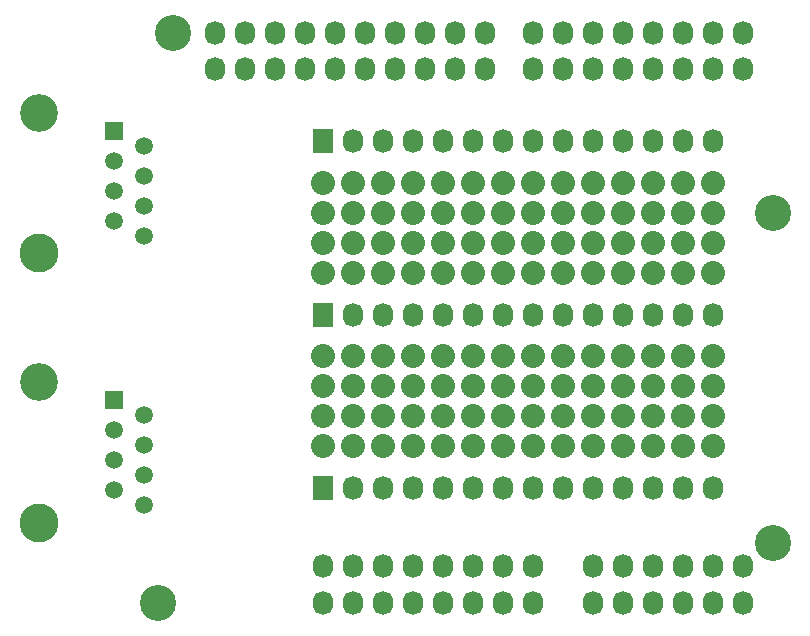
<source format=gbr>
G04 #@! TF.FileFunction,Soldermask,Bot*
%FSLAX46Y46*%
G04 Gerber Fmt 4.6, Leading zero omitted, Abs format (unit mm)*
G04 Created by KiCad (PCBNEW 4.0.7) date Fri May 18 16:22:30 2018*
%MOMM*%
%LPD*%
G01*
G04 APERTURE LIST*
%ADD10C,0.100000*%
%ADD11C,3.048000*%
%ADD12C,2.032000*%
%ADD13O,1.727200X2.032000*%
%ADD14C,3.300000*%
%ADD15C,3.200000*%
%ADD16R,1.501140X1.501140*%
%ADD17C,1.501140*%
%ADD18R,1.727200X2.032000*%
G04 APERTURE END LIST*
D10*
D11*
X66040000Y35560000D03*
X15240000Y50800000D03*
X66040000Y7620000D03*
X13970000Y2540000D03*
D12*
X27940000Y30454600D03*
X30480000Y30454600D03*
X33020000Y30454600D03*
X35560000Y30454600D03*
X38100000Y30454600D03*
X40640000Y30454600D03*
X43180000Y30454600D03*
X45720000Y30454600D03*
X48260000Y30454600D03*
X50800000Y30454600D03*
X53340000Y30454600D03*
X55880000Y30454600D03*
X58420000Y30454600D03*
X60960000Y30454600D03*
X27940000Y32994600D03*
X30480000Y32994600D03*
X33020000Y32994600D03*
X35560000Y32994600D03*
X38100000Y32994600D03*
X40640000Y32994600D03*
X43180000Y32994600D03*
X45720000Y32994600D03*
X48260000Y32994600D03*
X50800000Y32994600D03*
X53340000Y32994600D03*
X55880000Y32994600D03*
X58420000Y32994600D03*
X60960000Y32994600D03*
X27940000Y35534600D03*
X30480000Y35534600D03*
X33020000Y35534600D03*
X35560000Y35534600D03*
X38100000Y35534600D03*
X40640000Y35534600D03*
X43180000Y35534600D03*
X45720000Y35534600D03*
X48260000Y35534600D03*
X50800000Y35534600D03*
X53340000Y35534600D03*
X55880000Y35534600D03*
X58420000Y35534600D03*
X60960000Y35534600D03*
X27940000Y38074600D03*
X30480000Y38074600D03*
X33020000Y38074600D03*
X35560000Y38074600D03*
X38100000Y38074600D03*
X40640000Y38074600D03*
X43180000Y38074600D03*
X45720000Y38074600D03*
X48260000Y38074600D03*
X50800000Y38074600D03*
X53340000Y38074600D03*
X55880000Y38074600D03*
X58420000Y38074600D03*
X60960000Y38074600D03*
X27940000Y15801340D03*
X30480000Y15801340D03*
X33020000Y15801340D03*
X35560000Y15801340D03*
X38100000Y15801340D03*
X40640000Y15801340D03*
X43180000Y15801340D03*
X45720000Y15801340D03*
X48260000Y15801340D03*
X50800000Y15801340D03*
X53340000Y15801340D03*
X55880000Y15801340D03*
X58420000Y15801340D03*
X60960000Y15801340D03*
X27940000Y18341340D03*
X30480000Y18341340D03*
X33020000Y18341340D03*
X35560000Y18341340D03*
X38100000Y18341340D03*
X40640000Y18341340D03*
X43180000Y18341340D03*
X45720000Y18341340D03*
X48260000Y18341340D03*
X50800000Y18341340D03*
X53340000Y18341340D03*
X55880000Y18341340D03*
X58420000Y18341340D03*
X60960000Y18341340D03*
X27940000Y20881340D03*
X30480000Y20881340D03*
X33020000Y20881340D03*
X35560000Y20881340D03*
X38100000Y20881340D03*
X40640000Y20881340D03*
X43180000Y20881340D03*
X45720000Y20881340D03*
X48260000Y20881340D03*
X50800000Y20881340D03*
X53340000Y20881340D03*
X55880000Y20881340D03*
X58420000Y20881340D03*
X60960000Y20881340D03*
X27940000Y23421340D03*
X30480000Y23421340D03*
X33020000Y23421340D03*
X35560000Y23421340D03*
X38100000Y23421340D03*
X40640000Y23421340D03*
X43180000Y23421340D03*
X45720000Y23421340D03*
X48260000Y23421340D03*
X50800000Y23421340D03*
X53340000Y23421340D03*
X55880000Y23421340D03*
X58420000Y23421340D03*
X60960000Y23421340D03*
D13*
X45720000Y47701200D03*
X48260000Y47701200D03*
X50800000Y47701200D03*
X53340000Y47701200D03*
X55880000Y47701200D03*
X58420000Y47701200D03*
X60960000Y47701200D03*
X63500000Y47701200D03*
X27940000Y5638800D03*
X30480000Y5638800D03*
X33020000Y5638800D03*
X35560000Y5638800D03*
X38100000Y5638800D03*
X40640000Y5638800D03*
X43180000Y5638800D03*
X45720000Y5638800D03*
X45720000Y50800000D03*
X48260000Y50800000D03*
X50800000Y50800000D03*
X53340000Y50800000D03*
X55880000Y50800000D03*
X58420000Y50800000D03*
X60960000Y50800000D03*
X63500000Y50800000D03*
X27940000Y2540000D03*
X30480000Y2540000D03*
X33020000Y2540000D03*
X35560000Y2540000D03*
X38100000Y2540000D03*
X40640000Y2540000D03*
X43180000Y2540000D03*
X45720000Y2540000D03*
X18796000Y47713900D03*
X21336000Y47713900D03*
X23876000Y47713900D03*
X26416000Y47713900D03*
X28956000Y47713900D03*
X31496000Y47713900D03*
X34036000Y47713900D03*
X36576000Y47713900D03*
X39116000Y47713900D03*
X41656000Y47713900D03*
X18796000Y50787300D03*
X21336000Y50787300D03*
X23876000Y50787300D03*
X26416000Y50787300D03*
X28956000Y50787300D03*
X31496000Y50787300D03*
X34036000Y50787300D03*
X36576000Y50787300D03*
X39116000Y50787300D03*
X41656000Y50787300D03*
X50800000Y5638800D03*
X53340000Y5638800D03*
X55880000Y5638800D03*
X58420000Y5638800D03*
X60960000Y5638800D03*
X63500000Y5638800D03*
X50800000Y2540000D03*
X53340000Y2540000D03*
X55880000Y2540000D03*
X58420000Y2540000D03*
X60960000Y2540000D03*
X63500000Y2540000D03*
D14*
X3921760Y32123860D03*
D15*
X3921760Y43993280D03*
D16*
X10271760Y42507380D03*
D17*
X12811760Y41237380D03*
X10271760Y39967380D03*
X12811760Y38697380D03*
X10271760Y37427380D03*
X12811760Y36157380D03*
X10271760Y34887380D03*
X12811760Y33617380D03*
D14*
X3909060Y9340060D03*
D15*
X3909060Y21209480D03*
D16*
X10259060Y19723580D03*
D17*
X12799060Y18453580D03*
X10259060Y17183580D03*
X12799060Y15913580D03*
X10259060Y14643580D03*
X12799060Y13373580D03*
X10259060Y12103580D03*
X12799060Y10833580D03*
D18*
X27940000Y12298680D03*
D13*
X30480000Y12298680D03*
X33020000Y12298680D03*
X35560000Y12298680D03*
X38100000Y12298680D03*
X40640000Y12298680D03*
X43180000Y12298680D03*
X45720000Y12298680D03*
X48260000Y12298680D03*
X50800000Y12298680D03*
X53340000Y12298680D03*
X55880000Y12298680D03*
X58420000Y12298680D03*
X60960000Y12298680D03*
D18*
X27940000Y41602660D03*
D13*
X30480000Y41602660D03*
X33020000Y41602660D03*
X35560000Y41602660D03*
X38100000Y41602660D03*
X40640000Y41602660D03*
X43180000Y41602660D03*
X45720000Y41602660D03*
X48260000Y41602660D03*
X50800000Y41602660D03*
X53340000Y41602660D03*
X55880000Y41602660D03*
X58420000Y41602660D03*
X60960000Y41602660D03*
D18*
X27940000Y26951940D03*
D13*
X30480000Y26951940D03*
X33020000Y26951940D03*
X35560000Y26951940D03*
X38100000Y26951940D03*
X40640000Y26951940D03*
X43180000Y26951940D03*
X45720000Y26951940D03*
X48260000Y26951940D03*
X50800000Y26951940D03*
X53340000Y26951940D03*
X55880000Y26951940D03*
X58420000Y26951940D03*
X60960000Y26951940D03*
M02*

</source>
